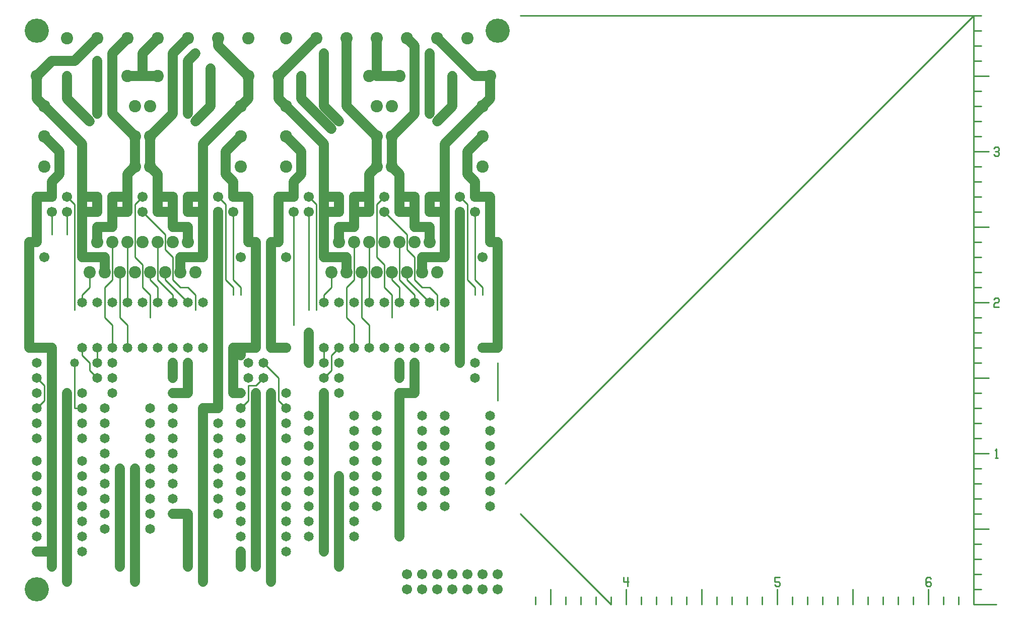
<source format=gtl>
%MOIN*%
%FSLAX25Y25*%
G04 D10 used for Character Trace; *
G04     Circle (OD=.01000) (No hole)*
G04 D11 used for Power Trace; *
G04     Circle (OD=.06700) (No hole)*
G04 D12 used for Signal Trace; *
G04     Circle (OD=.01100) (No hole)*
G04 D13 used for Via; *
G04     Circle (OD=.05800) (Round. Hole ID=.02800)*
G04 D14 used for Component hole; *
G04     Circle (OD=.06500) (Round. Hole ID=.03500)*
G04 D15 used for Component hole; *
G04     Circle (OD=.06700) (Round. Hole ID=.04300)*
G04 D16 used for Component hole; *
G04     Circle (OD=.08100) (Round. Hole ID=.05100)*
G04 D17 used for Component hole; *
G04     Circle (OD=.08900) (Round. Hole ID=.05900)*
G04 D18 used for Component hole; *
G04     Circle (OD=.11300) (Round. Hole ID=.08300)*
G04 D19 used for Component hole; *
G04     Circle (OD=.16000) (Round. Hole ID=.13000)*
G04 D20 used for Component hole; *
G04     Circle (OD=.18300) (Round. Hole ID=.15300)*
G04 D21 used for Component hole; *
G04     Circle (OD=.22291) (Round. Hole ID=.19291)*
%ADD10C,.01000*%
%ADD11C,.06700*%
%ADD12C,.01100*%
%ADD13C,.05800*%
%ADD14C,.06500*%
%ADD15C,.06700*%
%ADD16C,.08100*%
%ADD17C,.08900*%
%ADD18C,.11300*%
%ADD19C,.16000*%
%ADD20C,.18300*%
%ADD21C,.22291*%
%IPPOS*%
%LPD*%
G90*X0Y0D02*D19*X10000Y10000D03*D13*              
X20000Y25000D03*D11*Y35000D01*X10000D01*D14*D03*  
D11*X20000D02*Y140000D01*D13*D03*D11*Y170000D01*  
X15000D01*D15*D03*D11*X5000D01*Y240000D01*        
X10000D01*D13*D03*D11*Y270000D01*X20000D01*D15*   
D03*D11*Y280000D01*X25000Y285000D01*Y300000D01*   
X15000Y310000D01*D16*D03*Y330000D03*D11*          
X40000Y305000D01*Y270000D01*D15*D03*D11*          
Y260000D01*D15*D03*D11*Y230000D01*X55000D01*      
Y220000D01*D16*D03*D12*Y210000D02*                
X60000Y215000D01*X55000Y190000D02*Y210000D01*     
X60000Y185000D02*X55000Y190000D01*                
X60000Y170000D02*Y185000D01*D14*Y170000D03*       
X50000Y160000D03*D12*Y170000D01*D14*D03*          
X60000Y160000D03*D12*X45000Y155000D02*Y160000D01* 
X50000Y150000D02*X45000Y155000D01*D14*            
X50000Y150000D03*X60000Y140000D03*X40000D03*      
X60000Y150000D03*D12*X45000Y160000D02*            
X40000Y165000D01*Y170000D01*D14*D03*D13*          
X35000Y160000D03*D12*Y130000D01*X40000D01*D14*D03*
D13*X30000Y140000D03*D11*Y15000D01*D13*D03*D14*   
X40000Y35000D03*Y45000D03*X10000D03*              
X55000Y50000D03*D13*X65000Y25000D03*D11*Y90000D01*
D13*D03*D14*X55000Y100000D03*Y80000D03*D13*       
X75000Y90000D03*D11*Y15000D01*D13*D03*D14*        
X85000Y50000D03*D13*X110000Y25000D03*D11*         
Y60000D01*X100000D01*D14*D03*Y70000D03*X85000D03* 
Y60000D03*X100000Y80000D03*X85000D03*             
X130000Y90000D03*Y60000D03*X100000Y90000D03*      
X130000Y70000D03*X85000Y90000D03*X130000Y80000D03*
Y100000D03*X100000D03*X85000D03*D13*              
X145000Y25000D03*D11*Y35000D01*D14*D03*D13*       
X155000Y25000D03*D11*Y140000D01*D13*D03*D12*      
X150000Y135000D02*Y145000D01*X145000Y130000D02*   
X150000Y135000D01*D14*X145000Y130000D03*          
Y140000D03*D11*X140000D01*Y170000D01*X145000D01*  
D15*D03*D11*Y165000D01*D14*X150000Y160000D03*D11* 
X145000Y170000D02*X155000D01*Y240000D01*          
X150000D01*D13*D03*D11*Y270000D01*X140000D01*D15* 
D03*D11*Y280000D01*X135000Y285000D01*Y300000D01*  
X145000Y310000D01*D16*D03*D11*X115000Y320000D02*  
X125000Y330000D01*D13*X115000Y320000D03*          
X110000Y325000D03*D11*Y360000D01*                 
X115000Y365000D01*D13*D03*X125000Y355000D03*D11*  
Y330000D01*D16*X145000D03*D11*X120000Y305000D01*  
Y270000D01*D15*D03*D11*Y260000D01*D15*D03*D11*    
Y230000D01*X105000D01*Y220000D01*D16*D03*D12*     
Y210000D02*X100000Y215000D01*X105000Y210000D02*   
X110000D01*X115000Y205000D01*Y195000D01*D14*      
X120000Y200000D03*X110000D03*D12*X95000Y215000D01*
Y220000D01*D16*D03*D12*X100000Y215000D02*         
Y230000D01*X95000Y235000D01*Y245000D01*           
X80000Y260000D01*D15*D03*D12*X75000Y230000D02*    
Y265000D01*X80000Y225000D02*X75000Y230000D01*     
X80000Y210000D02*Y225000D01*X85000Y205000D02*     
X80000Y210000D01*X85000Y190000D02*Y205000D01*D14* 
X90000Y200000D03*D12*Y210000D01*X85000Y215000D01* 
Y220000D01*D16*D03*D12*X100000Y205000D02*         
X90000Y215000D01*X100000Y200000D02*Y205000D01*D14*
Y200000D03*D12*X90000Y215000D02*Y240000D01*D16*   
D03*D11*X100000Y250000D02*X110000D01*Y240000D01*  
D16*D03*D11*X100000Y250000D02*Y260000D01*D15*D03* 
D11*X90000D01*D15*D03*D11*Y270000D01*D15*D03*D11* 
X100000D01*D15*D03*D11*Y260000D01*D15*            
X110000Y270000D03*D11*Y260000D01*D15*D03*D11*     
X120000D01*D15*X130000Y270000D03*D12*             
X135000Y265000D01*Y215000D01*X140000Y210000D01*   
Y205000D01*X145000D02*Y210000D01*                 
X140000Y215000D01*Y260000D01*D15*D03*X130000D03*  
D11*Y210000D01*D13*D03*D11*Y160000D01*D13*D03*D11*
Y130000D01*D14*D03*D11*X120000D01*Y15000D01*D13*  
D03*D14*X145000Y45000D03*Y55000D03*D13*           
X165000Y15000D03*D11*Y95000D01*D13*D03*D11*       
Y140000D01*D13*D03*D12*X175000Y130000D02*         
X170000Y135000D01*D14*X175000Y130000D03*D12*      
X170000Y135000D02*Y150000D01*X160000Y160000D01*   
D14*D03*X150000Y150000D03*D11*X165000Y170000D02*  
X175000D01*D15*D03*D11*X165000D02*Y240000D01*     
X170000D01*D13*D03*D11*Y270000D01*X180000D01*D15* 
D03*D11*Y280000D01*X185000Y285000D01*Y300000D01*  
X175000Y310000D01*D16*D03*Y330000D03*D11*         
X200000Y305000D01*Y270000D01*D15*D03*D11*         
Y260000D01*D15*D03*D11*Y230000D01*X215000D01*     
Y220000D01*D16*D03*D12*Y210000D02*                
X220000Y215000D01*X215000Y190000D02*Y210000D01*   
X220000Y185000D02*X215000Y190000D01*              
X220000Y170000D02*Y185000D01*D14*Y170000D03*      
X210000Y160000D03*X230000Y170000D03*D12*          
Y185000D01*X225000Y190000D01*Y220000D01*D16*D03*  
D12*X220000Y215000D02*Y240000D01*D16*D03*D11*     
X210000D02*Y250000D01*D16*Y240000D03*D11*         
Y250000D02*X220000D01*D15*Y260000D03*D11*         
Y250000D01*D16*X230000Y240000D03*D12*Y200000D01*  
D14*D03*D12*X245000Y205000D02*X240000Y210000D01*  
X245000Y190000D02*Y205000D01*D14*                 
X250000Y200000D03*D12*Y210000D01*                 
X245000Y215000D01*Y220000D01*D16*D03*D12*         
X260000Y205000D02*X250000Y215000D01*              
X260000Y200000D02*Y205000D01*D14*Y200000D03*D12*  
X275000Y205000D02*X270000Y210000D01*              
X275000Y195000D02*Y205000D01*D14*                 
X280000Y200000D03*X270000D03*D12*                 
X255000Y215000D01*Y220000D01*D16*D03*D12*         
X265000Y210000D02*X260000Y215000D01*              
X265000Y210000D02*X270000D01*D16*                 
X275000Y220000D03*D12*X260000Y215000D02*          
Y230000D01*X255000Y235000D01*Y245000D01*          
X240000Y260000D01*D15*D03*D12*X235000Y230000D02*  
Y265000D01*X240000Y225000D02*X235000Y230000D01*   
X240000Y210000D02*Y225000D01*D14*Y200000D03*D12*  
X250000Y215000D02*Y240000D01*D16*D03*D11*         
X260000Y250000D02*X270000D01*Y240000D01*D16*D03*  
D11*X265000Y230000D02*X280000D01*                 
X265000Y220000D02*Y230000D01*D16*Y220000D03*D11*  
X280000Y230000D02*Y260000D01*D15*D03*D11*         
X270000D01*D15*D03*D11*Y270000D01*D15*D03*D11*    
X280000D01*D15*D03*D11*Y260000D01*D15*            
X290000Y270000D03*D12*X295000Y265000D01*          
Y215000D01*X300000Y210000D01*Y205000D01*          
X305000D02*Y210000D01*X300000Y215000D01*          
Y260000D01*D15*D03*D11*X310000Y240000D02*         
Y270000D01*D13*Y240000D03*D11*X315000D01*         
Y170000D01*X305000D01*D15*D03*D12*                
X315000Y135000D02*Y160000D01*D14*                 
X310000Y125000D03*X300000Y150000D03*              
X310000Y115000D03*D13*X290000Y160000D03*D11*      
Y210000D01*D13*D03*D11*Y260000D01*D15*D03*        
X300000Y270000D03*D11*X310000D01*X300000D02*      
Y280000D01*X295000Y285000D01*Y300000D01*          
X305000Y310000D01*D16*D03*D11*X275000Y320000D02*  
X285000Y330000D01*D13*X275000Y320000D03*          
X270000Y325000D03*D11*Y365000D01*D13*D03*D16*     
X275000Y375000D03*D11*X300000Y350000D01*          
X310000D01*D16*D03*D11*Y335000D01*                
X305000Y330000D01*D16*D03*D11*X280000Y305000D01*  
Y270000D01*X260000Y250000D02*Y260000D01*D15*D03*  
D11*X250000D01*D15*D03*D11*Y270000D01*D15*D03*D11*
X260000D01*D15*D03*D11*Y260000D01*                
X250000Y270000D02*Y285000D01*X245000Y290000D01*   
D16*D03*D11*Y310000D01*D16*D03*D11*               
X260000Y325000D01*Y370000D01*X255000Y375000D01*   
D16*D03*X235000D03*D11*Y350000D01*X250000D01*D16* 
D03*X235000Y330000D03*X245000D03*                 
X230000Y350000D03*X215000Y375000D03*D11*          
Y330000D01*X235000Y310000D01*D16*D03*D11*         
Y290000D01*D16*D03*D11*X230000Y285000D01*         
Y270000D01*D15*D03*D11*Y260000D01*D15*D03*D11*    
X220000D01*Y270000D01*D15*D03*D11*X230000D01*D12* 
X235000Y265000D02*X240000Y270000D01*D15*D03*      
X210000D03*D11*Y260000D01*D15*D03*D11*X200000D01* 
D12*X195000Y195000D02*Y265000D01*D14*             
X200000Y200000D03*D12*Y205000D01*                 
X205000Y210000D01*Y220000D01*D16*D03*D14*         
X210000Y200000D03*X220000D03*D12*                 
X190000Y195000D02*Y260000D01*D15*D03*D12*         
X195000Y265000D02*X190000Y270000D01*D15*D03*      
X180000Y260000D03*D12*Y185000D01*D13*             
X190000Y180000D03*D11*Y160000D01*D14*             
X200000Y150000D03*D12*X205000Y155000D01*          
Y165000D01*X210000Y170000D01*D14*D03*             
X200000Y160000D03*D12*Y170000D01*D14*D03*         
X210000Y150000D03*X175000Y140000D03*D11*          
X200000Y85000D02*Y140000D01*D13*Y85000D03*D11*    
Y35000D01*D13*D03*X210000Y25000D03*D11*Y85000D01* 
D13*D03*D14*X220000Y75000D03*Y95000D03*Y85000D03* 
X190000Y105000D03*Y65000D03*X220000Y105000D03*    
X190000Y95000D03*Y85000D03*Y75000D03*             
X220000Y65000D03*X235000D03*Y75000D03*Y85000D03*  
Y95000D03*Y105000D03*Y115000D03*X190000Y55000D03* 
X220000Y115000D03*Y55000D03*X190000Y115000D03*    
X175000Y120000D03*Y110000D03*Y95000D03*Y85000D03* 
Y75000D03*Y65000D03*Y55000D03*D13*                
X250000Y45000D03*D11*Y140000D01*D14*D03*D11*      
X260000D01*Y150000D01*D14*D03*D11*Y160000D01*D14* 
D03*X270000Y170000D03*X250000D03*Y150000D03*D11*  
Y160000D01*D14*D03*X260000Y170000D03*X240000D03*  
X280000D03*X220000Y125000D03*X235000D03*          
X265000D03*X280000D03*X210000Y140000D03*          
X265000Y115000D03*X280000D03*X300000Y160000D03*   
X265000Y105000D03*X280000D03*X310000D03*D16*      
X235000Y220000D03*D14*X190000Y125000D03*          
X265000Y95000D03*X280000D03*X310000D03*D15*       
X305000Y230000D03*X175000D03*D14*X265000Y85000D03*
X280000D03*X310000D03*D16*X260000Y240000D03*      
X240000D03*D12*X320000Y80000D02*X630000Y390000D01*
Y380000D01*Y370000D01*Y360000D01*Y350000D01*      
Y340000D01*Y330000D01*Y320000D01*Y310000D01*      
Y300000D01*Y290000D01*Y280000D01*Y270000D01*      
Y260000D01*Y250000D01*Y240000D01*Y230000D01*      
Y220000D01*Y210000D01*Y200000D01*Y190000D01*      
Y180000D01*Y170000D01*Y160000D01*Y150000D01*      
Y140000D01*Y130000D01*Y120000D01*Y110000D01*      
Y100000D01*Y90000D01*Y80000D01*Y70000D01*         
Y60000D01*Y50000D01*Y40000D01*Y30000D01*Y20000D01*
Y10000D01*Y0D01*X645000D01*X630000Y10000D02*      
X635000D01*X620000Y0D02*Y5000D01*X610000Y0D02*    
Y5000D01*X600000Y0D02*Y10000D01*X590000Y0D02*     
Y5000D01*X580000Y0D02*Y5000D01*X570000Y0D02*      
Y5000D01*X560000Y0D02*Y5000D01*X550000Y0D02*      
Y10000D01*X540000Y0D02*Y5000D01*X530000Y0D02*     
Y5000D01*X520000Y0D02*Y5000D01*X510000Y0D02*      
Y5000D01*X500000Y0D02*Y10000D01*X490000Y0D02*     
Y5000D01*X480000Y0D02*Y5000D01*X470000Y0D02*      
Y5000D01*X460000Y0D02*Y5000D01*X450000Y0D02*      
Y10000D01*X440000Y0D02*Y5000D01*X430000Y0D02*     
Y5000D01*X420000Y0D02*Y5000D01*X410000Y0D02*      
Y5000D01*X400000Y0D02*Y10000D01*X390000Y0D02*     
Y5000D01*Y0D02*X330000Y60000D01*D14*              
X310000Y75000D03*Y65000D03*D15*X295000Y20000D03*  
X305000D03*X315000D03*X285000D03*Y10000D03*       
X295000D03*X305000D03*D14*X280000Y75000D03*D15*   
X315000Y10000D03*D14*X280000Y65000D03*D12*        
X350000Y0D02*Y10000D01*X340000Y0D02*Y5000D01*     
X360000Y0D02*Y5000D01*X370000Y0D02*Y5000D01*      
X380000Y0D02*Y5000D01*D10*X400837Y17871D02*       
Y12129D01*X398326Y17871D02*Y15000D01*X401674D01*  
D15*X275000Y20000D03*Y10000D03*D14*               
X265000Y75000D03*Y65000D03*D15*Y20000D03*         
Y10000D03*D10*X501674Y17871D02*X498326D01*        
Y15000D01*X500837D01*X501674Y14043D01*Y13086D01*  
X500837Y12129D01*X499163D01*X498326Y13086D01*D15* 
X255000Y20000D03*Y10000D03*D14*X220000Y45000D03*  
X190000D03*X175000D03*Y35000D03*X160000Y150000D03*
D12*X155000Y145000D01*X150000D01*D14*             
X130000Y120000D03*X145000D03*X120000Y170000D03*   
X130000Y110000D03*X145000D03*X110000Y170000D03*   
Y160000D03*D11*Y150000D01*D14*D03*D11*Y140000D01* 
X100000D01*D14*D03*Y150000D03*D11*Y160000D01*D14* 
D03*X90000Y170000D03*X100000D03*X80000D03*D12*    
X70000D02*Y185000D01*D14*Y170000D03*D12*          
Y185000D02*X65000Y190000D01*Y220000D01*D16*D03*   
D12*X60000Y215000D02*Y240000D01*D16*D03*D11*      
X50000D02*Y250000D01*D16*Y240000D03*D11*          
Y250000D02*X60000D01*D15*Y260000D03*D11*          
Y250000D01*D16*X70000Y240000D03*D12*Y200000D01*   
D14*D03*X80000D03*X60000D03*D16*X75000Y220000D03* 
D14*X50000Y200000D03*D16*X45000Y220000D03*D12*    
Y210000D01*X40000Y205000D01*Y200000D01*D14*D03*   
D12*X35000Y195000D02*Y265000D01*X30000Y270000D01* 
D15*D03*D11*X40000Y260000D02*X50000D01*D15*D03*   
D11*Y270000D01*D15*D03*D11*X40000D01*D15*         
X30000Y260000D03*D12*Y245000D01*X20000D02*        
Y260000D01*D15*D03*X15000Y230000D03*D16*          
Y290000D03*D11*X60000Y260000D02*X70000D01*D15*D03*
D11*Y270000D01*D15*D03*D11*X60000D01*D15*D03*D11* 
Y260000D01*X70000Y270000D02*Y285000D01*           
X75000Y290000D01*D16*D03*D11*Y310000D01*D16*D03*  
D11*X60000Y325000D01*Y365000D01*X70000Y375000D01* 
D16*D03*D11*X80000Y350000D02*Y365000D01*          
X70000Y350000D02*X80000D01*D16*X70000D03*D11*     
X80000D02*X90000D01*D16*D03*D11*X100000Y325000D02*
Y365000D01*X85000Y310000D02*X100000Y325000D01*D16*
X85000Y310000D03*D11*Y290000D01*D16*D03*D11*      
X90000Y285000D01*Y270000D01*D15*X80000D03*D12*    
X75000Y265000D01*D16*X100000Y240000D03*X80000D03* 
D11*X110000Y270000D02*X120000D01*D16*             
X145000Y290000D03*D15*Y230000D03*D16*             
X115000Y220000D03*X175000Y290000D03*D11*          
Y330000D02*X170000Y335000D01*Y350000D01*D16*D03*  
D11*X195000Y375000D01*D16*D03*D13*                
X200000Y365000D03*D11*Y330000D01*                 
X210000Y320000D01*D13*D03*X205000Y315000D03*D11*  
X185000Y335000D01*Y350000D01*D13*D03*D16*         
X175000Y375000D03*X150000D03*Y350000D03*D11*      
Y335000D01*X145000Y330000D01*X150000Y350000D02*   
X130000Y370000D01*Y375000D01*D16*D03*X110000D03*  
D11*X100000Y365000D01*D16*X90000Y375000D03*D11*   
X80000Y365000D01*D16*X50000Y375000D03*D11*        
X35000Y360000D01*X20000D01*X10000Y350000D01*D16*  
D03*D11*Y335000D01*X15000Y330000D01*              
X45000Y320000D02*X30000Y335000D01*D13*            
X45000Y320000D03*X50000Y325000D03*D11*Y360000D01* 
D13*D03*D16*X30000Y375000D03*D13*Y350000D03*D11*  
Y335000D01*D16*X75000Y330000D03*D19*              
X10000Y380000D03*D16*X85000Y330000D03*D11*        
X200000Y270000D02*X210000D01*X285000Y330000D02*   
Y350000D01*D13*D03*D16*X295000Y375000D03*D19*     
X315000Y380000D03*D12*X330000Y390000D02*          
X630000D01*X635000D01*X630000Y380000D02*          
X635000D01*X630000Y370000D02*X635000D01*          
X630000Y360000D02*X635000D01*X630000Y350000D02*   
X640000D01*X630000Y340000D02*X635000D01*          
X630000Y330000D02*X635000D01*X630000Y320000D02*   
X635000D01*X630000Y310000D02*X635000D01*D10*      
X643326Y301914D02*X644163Y302871D01*X645837D01*   
X646674Y301914D01*Y300957D01*X645837Y300000D01*   
X644163D01*X645837D02*X646674Y299043D01*          
Y298086D01*X645837Y297129D01*X644163D01*          
X643326Y298086D01*D12*X630000Y300000D02*          
X640000D01*X630000Y290000D02*X635000D01*          
X630000Y280000D02*X635000D01*X630000Y270000D02*   
X635000D01*X630000Y260000D02*X635000D01*          
X630000Y250000D02*X640000D01*X630000Y240000D02*   
X635000D01*X630000Y230000D02*X635000D01*          
X630000Y220000D02*X635000D01*X630000Y210000D02*   
X635000D01*D10*X643326Y201914D02*                 
X644163Y202871D01*X645837D01*X646674Y201914D01*   
Y200957D01*X645837Y200000D01*X644163D01*          
X643326Y199043D01*Y197129D01*X646674D01*D12*      
X630000Y200000D02*X640000D01*X630000Y190000D02*   
X635000D01*X630000Y180000D02*X635000D01*          
X630000Y170000D02*X635000D01*X630000Y160000D02*   
X635000D01*X630000Y150000D02*X640000D01*          
X630000Y140000D02*X635000D01*X630000Y130000D02*   
X635000D01*X630000Y120000D02*X635000D01*          
X630000Y110000D02*X635000D01*D10*                 
X644163Y101914D02*X645000Y102871D01*Y97129D01*    
X644163D02*X645837D01*D12*X630000Y100000D02*      
X640000D01*X630000Y90000D02*X635000D01*           
X630000Y80000D02*X635000D01*X630000Y70000D02*     
X635000D01*X630000Y60000D02*X635000D01*           
X630000Y50000D02*X640000D01*X630000Y40000D02*     
X635000D01*X630000Y30000D02*X635000D01*           
X630000Y20000D02*X635000D01*D10*X601674Y16914D02* 
X600837Y17871D01*X599163D01*X598326Y16914D01*     
Y13086D01*X599163Y12129D01*X600837D01*            
X601674Y13086D01*Y14043D01*X600837Y15000D01*      
X599163D01*X598326Y14043D01*D16*X305000Y290000D03*
D14*X145000Y95000D03*Y85000D03*Y75000D03*         
Y65000D03*X100000Y130000D03*Y120000D03*Y110000D03*
X85000Y130000D03*Y120000D03*Y110000D03*           
X55000Y130000D03*Y120000D03*Y110000D03*Y90000D03* 
Y70000D03*Y60000D03*X40000Y120000D03*Y110000D03*  
Y95000D03*Y85000D03*Y75000D03*Y65000D03*Y55000D03*
D12*X15000Y135000D02*Y145000D01*X10000Y130000D02* 
X15000Y135000D01*D14*X10000Y130000D03*Y140000D03* 
Y120000D03*D12*X15000Y145000D02*X10000Y150000D01* 
D14*D03*Y160000D03*Y110000D03*Y95000D03*Y85000D03*
Y75000D03*Y65000D03*Y55000D03*M02*                

</source>
